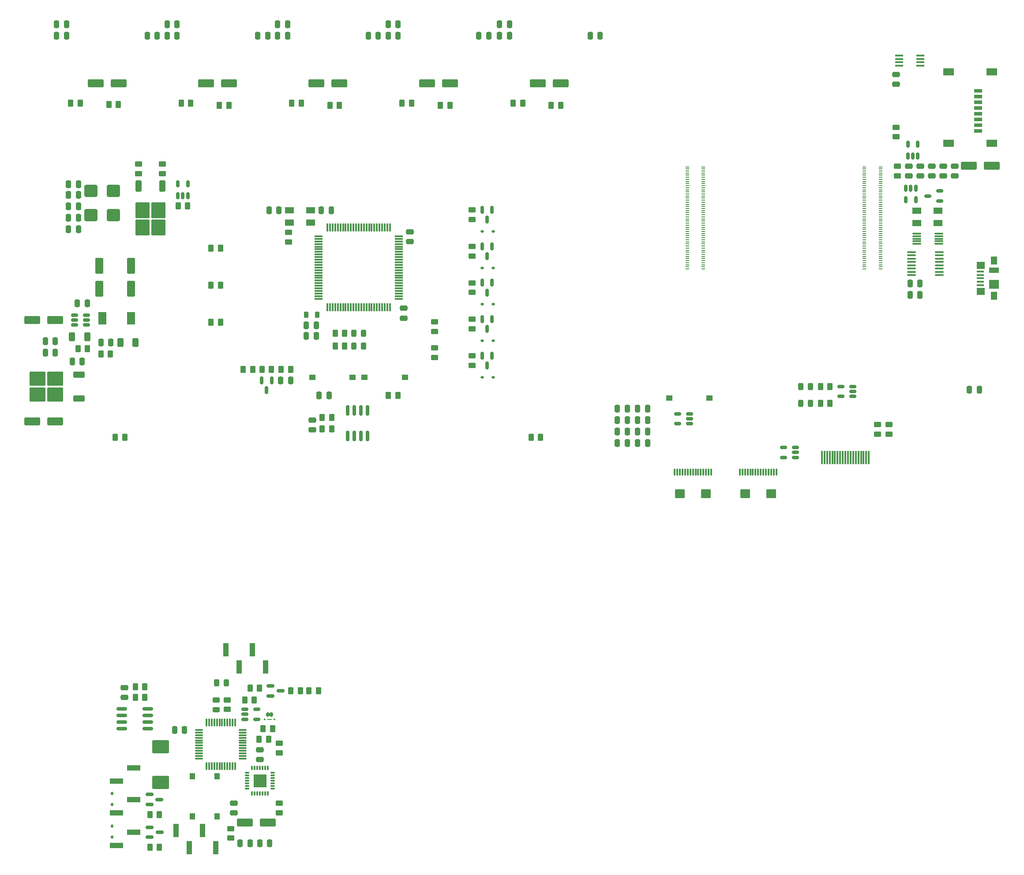
<source format=gbr>
%TF.GenerationSoftware,KiCad,Pcbnew,8.0.9*%
%TF.CreationDate,2025-08-04T10:44:23+12:00*%
%TF.ProjectId,xymatics-e64,78796d61-7469-4637-932d-6536342e6b69,rev?*%
%TF.SameCoordinates,Original*%
%TF.FileFunction,Paste,Top*%
%TF.FilePolarity,Positive*%
%FSLAX46Y46*%
G04 Gerber Fmt 4.6, Leading zero omitted, Abs format (unit mm)*
G04 Created by KiCad (PCBNEW 8.0.9) date 2025-08-04 10:44:23*
%MOMM*%
%LPD*%
G01*
G04 APERTURE LIST*
G04 Aperture macros list*
%AMRoundRect*
0 Rectangle with rounded corners*
0 $1 Rounding radius*
0 $2 $3 $4 $5 $6 $7 $8 $9 X,Y pos of 4 corners*
0 Add a 4 corners polygon primitive as box body*
4,1,4,$2,$3,$4,$5,$6,$7,$8,$9,$2,$3,0*
0 Add four circle primitives for the rounded corners*
1,1,$1+$1,$2,$3*
1,1,$1+$1,$4,$5*
1,1,$1+$1,$6,$7*
1,1,$1+$1,$8,$9*
0 Add four rect primitives between the rounded corners*
20,1,$1+$1,$2,$3,$4,$5,0*
20,1,$1+$1,$4,$5,$6,$7,0*
20,1,$1+$1,$6,$7,$8,$9,0*
20,1,$1+$1,$8,$9,$2,$3,0*%
G04 Aperture macros list end*
%ADD10C,0.010000*%
%ADD11RoundRect,0.250000X-0.262500X-0.450000X0.262500X-0.450000X0.262500X0.450000X-0.262500X0.450000X0*%
%ADD12RoundRect,0.250000X0.262500X0.450000X-0.262500X0.450000X-0.262500X-0.450000X0.262500X-0.450000X0*%
%ADD13RoundRect,0.250000X-0.250000X-0.475000X0.250000X-0.475000X0.250000X0.475000X-0.250000X0.475000X0*%
%ADD14R,2.510000X1.000000*%
%ADD15RoundRect,0.250000X0.250000X0.475000X-0.250000X0.475000X-0.250000X-0.475000X0.250000X-0.475000X0*%
%ADD16RoundRect,0.250000X0.550000X-1.250000X0.550000X1.250000X-0.550000X1.250000X-0.550000X-1.250000X0*%
%ADD17RoundRect,0.075000X-0.075000X0.662500X-0.075000X-0.662500X0.075000X-0.662500X0.075000X0.662500X0*%
%ADD18RoundRect,0.075000X-0.662500X0.075000X-0.662500X-0.075000X0.662500X-0.075000X0.662500X0.075000X0*%
%ADD19RoundRect,0.250000X0.475000X-0.250000X0.475000X0.250000X-0.475000X0.250000X-0.475000X-0.250000X0*%
%ADD20RoundRect,0.150000X0.512500X0.150000X-0.512500X0.150000X-0.512500X-0.150000X0.512500X-0.150000X0*%
%ADD21RoundRect,0.218750X-0.218750X-0.381250X0.218750X-0.381250X0.218750X0.381250X-0.218750X0.381250X0*%
%ADD22RoundRect,0.150000X-0.150000X0.587500X-0.150000X-0.587500X0.150000X-0.587500X0.150000X0.587500X0*%
%ADD23RoundRect,0.250000X-1.250000X-0.550000X1.250000X-0.550000X1.250000X0.550000X-1.250000X0.550000X0*%
%ADD24RoundRect,0.075000X-0.075000X-0.610000X0.075000X-0.610000X0.075000X0.610000X-0.075000X0.610000X0*%
%ADD25RoundRect,0.250250X-0.699750X-0.624750X0.699750X-0.624750X0.699750X0.624750X-0.699750X0.624750X0*%
%ADD26RoundRect,0.250000X-1.400000X-1.000000X1.400000X-1.000000X1.400000X1.000000X-1.400000X1.000000X0*%
%ADD27RoundRect,0.100000X0.712500X0.100000X-0.712500X0.100000X-0.712500X-0.100000X0.712500X-0.100000X0*%
%ADD28RoundRect,0.250000X-0.450000X0.262500X-0.450000X-0.262500X0.450000X-0.262500X0.450000X0.262500X0*%
%ADD29RoundRect,0.112500X0.187500X0.112500X-0.187500X0.112500X-0.187500X-0.112500X0.187500X-0.112500X0*%
%ADD30R,1.250000X1.000000*%
%ADD31RoundRect,0.250000X0.850000X0.350000X-0.850000X0.350000X-0.850000X-0.350000X0.850000X-0.350000X0*%
%ADD32RoundRect,0.250000X1.275000X1.125000X-1.275000X1.125000X-1.275000X-1.125000X1.275000X-1.125000X0*%
%ADD33RoundRect,0.250000X1.250000X0.550000X-1.250000X0.550000X-1.250000X-0.550000X1.250000X-0.550000X0*%
%ADD34R,1.000000X1.250000*%
%ADD35RoundRect,0.150000X0.150000X-0.512500X0.150000X0.512500X-0.150000X0.512500X-0.150000X-0.512500X0*%
%ADD36RoundRect,0.250000X1.000000X0.900000X-1.000000X0.900000X-1.000000X-0.900000X1.000000X-0.900000X0*%
%ADD37R,1.524000X0.457200*%
%ADD38RoundRect,0.150000X-0.587500X-0.150000X0.587500X-0.150000X0.587500X0.150000X-0.587500X0.150000X0*%
%ADD39RoundRect,0.250000X0.312500X0.625000X-0.312500X0.625000X-0.312500X-0.625000X0.312500X-0.625000X0*%
%ADD40RoundRect,0.250000X0.450000X-0.262500X0.450000X0.262500X-0.450000X0.262500X-0.450000X-0.262500X0*%
%ADD41R,1.000000X2.510000*%
%ADD42RoundRect,0.150000X-0.512500X-0.150000X0.512500X-0.150000X0.512500X0.150000X-0.512500X0.150000X0*%
%ADD43RoundRect,0.243750X0.243750X0.456250X-0.243750X0.456250X-0.243750X-0.456250X0.243750X-0.456250X0*%
%ADD44RoundRect,0.250000X-0.475000X0.250000X-0.475000X-0.250000X0.475000X-0.250000X0.475000X0.250000X0*%
%ADD45RoundRect,0.243750X-0.243750X-0.456250X0.243750X-0.456250X0.243750X0.456250X-0.243750X0.456250X0*%
%ADD46R,1.500000X0.800000*%
%ADD47R,2.000000X1.450000*%
%ADD48RoundRect,0.150000X-0.825000X-0.150000X0.825000X-0.150000X0.825000X0.150000X-0.825000X0.150000X0*%
%ADD49RoundRect,0.150000X-0.150000X0.512500X-0.150000X-0.512500X0.150000X-0.512500X0.150000X0.512500X0*%
%ADD50RoundRect,0.243750X0.456250X-0.243750X0.456250X0.243750X-0.456250X0.243750X-0.456250X-0.243750X0*%
%ADD51RoundRect,0.112500X-0.112500X0.187500X-0.112500X-0.187500X0.112500X-0.187500X0.112500X0.187500X0*%
%ADD52R,1.500000X2.400000*%
%ADD53R,0.700000X0.200000*%
%ADD54RoundRect,0.075000X-0.725000X-0.075000X0.725000X-0.075000X0.725000X0.075000X-0.725000X0.075000X0*%
%ADD55RoundRect,0.075000X-0.075000X-0.725000X0.075000X-0.725000X0.075000X0.725000X-0.075000X0.725000X0*%
%ADD56RoundRect,0.033750X-0.101250X0.371250X-0.101250X-0.371250X0.101250X-0.371250X0.101250X0.371250X0*%
%ADD57RoundRect,0.033750X-0.371250X0.101250X-0.371250X-0.101250X0.371250X-0.101250X0.371250X0.101250X0*%
%ADD58R,1.380000X0.450000*%
%ADD59R,1.300000X1.650000*%
%ADD60R,1.550000X1.425000*%
%ADD61R,1.900000X1.800000*%
%ADD62R,1.900000X1.000000*%
%ADD63RoundRect,0.087500X-0.725000X-0.087500X0.725000X-0.087500X0.725000X0.087500X-0.725000X0.087500X0*%
%ADD64RoundRect,0.250000X-0.350000X0.850000X-0.350000X-0.850000X0.350000X-0.850000X0.350000X0.850000X0*%
%ADD65RoundRect,0.250000X-1.125000X1.275000X-1.125000X-1.275000X1.125000X-1.275000X1.125000X1.275000X0*%
%ADD66R,1.800000X1.200000*%
%ADD67RoundRect,0.150000X-0.150000X-0.250000X0.150000X-0.250000X0.150000X0.250000X-0.150000X0.250000X0*%
%ADD68RoundRect,0.075000X-0.100000X-0.075000X0.100000X-0.075000X0.100000X0.075000X-0.100000X0.075000X0*%
%ADD69RoundRect,0.058750X-0.376250X-0.058750X0.376250X-0.058750X0.376250X0.058750X-0.376250X0.058750X0*%
%ADD70R,0.300000X2.600000*%
%ADD71RoundRect,0.150000X-0.150000X0.825000X-0.150000X-0.825000X0.150000X-0.825000X0.150000X0.825000X0*%
G04 APERTURE END LIST*
D10*
%TO.C,U29*%
X104670000Y-176670000D02*
X102330000Y-176670000D01*
X102330000Y-174330000D01*
X104670000Y-174330000D01*
X104670000Y-176670000D01*
G36*
X104670000Y-176670000D02*
G01*
X102330000Y-176670000D01*
X102330000Y-174330000D01*
X104670000Y-174330000D01*
X104670000Y-176670000D01*
G37*
%TD*%
D11*
%TO.C,R47*%
X82387500Y-188300000D03*
X84212500Y-188300000D03*
%TD*%
D12*
%TO.C,R41*%
X81412500Y-157500000D03*
X79587500Y-157500000D03*
%TD*%
D13*
%TO.C,C71*%
X66750000Y-67400000D03*
X68650000Y-67400000D03*
%TD*%
D14*
%TO.C,J34*%
X79255000Y-185430000D03*
X75945000Y-187970000D03*
%TD*%
D15*
%TO.C,C31*%
X126200000Y-32425000D03*
X124300000Y-32425000D03*
%TD*%
D16*
%TO.C,C49*%
X72700000Y-81000000D03*
X72700000Y-76600000D03*
%TD*%
D17*
%TO.C,U20*%
X98750000Y-164337500D03*
X98250000Y-164337500D03*
X97750000Y-164337500D03*
X97250000Y-164337500D03*
X96750000Y-164337500D03*
X96250000Y-164337500D03*
X95750000Y-164337500D03*
X95250000Y-164337500D03*
X94750000Y-164337500D03*
X94250000Y-164337500D03*
X93750000Y-164337500D03*
X93250000Y-164337500D03*
D18*
X91837500Y-165750000D03*
X91837500Y-166250000D03*
X91837500Y-166750000D03*
X91837500Y-167250000D03*
X91837500Y-167750000D03*
X91837500Y-168250000D03*
X91837500Y-168750000D03*
X91837500Y-169250000D03*
X91837500Y-169750000D03*
X91837500Y-170250000D03*
X91837500Y-170750000D03*
X91837500Y-171250000D03*
D17*
X93250000Y-172662500D03*
X93750000Y-172662500D03*
X94250000Y-172662500D03*
X94750000Y-172662500D03*
X95250000Y-172662500D03*
X95750000Y-172662500D03*
X96250000Y-172662500D03*
X96750000Y-172662500D03*
X97250000Y-172662500D03*
X97750000Y-172662500D03*
X98250000Y-172662500D03*
X98750000Y-172662500D03*
D18*
X100162500Y-171250000D03*
X100162500Y-170750000D03*
X100162500Y-170250000D03*
X100162500Y-169750000D03*
X100162500Y-169250000D03*
X100162500Y-168750000D03*
X100162500Y-168250000D03*
X100162500Y-167750000D03*
X100162500Y-167250000D03*
X100162500Y-166750000D03*
X100162500Y-166250000D03*
X100162500Y-165750000D03*
%TD*%
D16*
%TO.C,C48*%
X78800000Y-81000000D03*
X78800000Y-76600000D03*
%TD*%
D19*
%TO.C,C9*%
X236800000Y-59350000D03*
X236800000Y-57450000D03*
%TD*%
D12*
%TO.C,R12*%
X139942500Y-45760000D03*
X138117500Y-45760000D03*
%TD*%
%TO.C,R48*%
X102112500Y-96500000D03*
X100287500Y-96500000D03*
%TD*%
D11*
%TO.C,R46*%
X82387500Y-182000000D03*
X84212500Y-182000000D03*
%TD*%
D19*
%TO.C,C8*%
X234650000Y-59350000D03*
X234650000Y-57450000D03*
%TD*%
D12*
%TO.C,R52*%
X111250000Y-158250000D03*
X109425000Y-158250000D03*
%TD*%
D20*
%TO.C,U3*%
X206275000Y-113400000D03*
X206275000Y-112450000D03*
X206275000Y-111500000D03*
X204000000Y-111500000D03*
X204000000Y-113400000D03*
%TD*%
D12*
%TO.C,R43*%
X102412500Y-160000000D03*
X100587500Y-160000000D03*
%TD*%
D21*
%TO.C,L2*%
X112400000Y-86000000D03*
X114525000Y-86000000D03*
%TD*%
D13*
%TO.C,C3*%
X228250000Y-82200000D03*
X230150000Y-82200000D03*
%TD*%
D22*
%TO.C,Q6*%
X148050000Y-93862500D03*
X146150000Y-93862500D03*
X147100000Y-95737500D03*
%TD*%
D23*
%TO.C,C38*%
X135560000Y-41575000D03*
X139960000Y-41575000D03*
%TD*%
D13*
%TO.C,C81*%
X66750000Y-60900000D03*
X68650000Y-60900000D03*
%TD*%
D15*
%TO.C,C39*%
X168800000Y-32425000D03*
X166900000Y-32425000D03*
%TD*%
D24*
%TO.C,J4*%
X183100000Y-116270000D03*
X183600000Y-116270000D03*
X184100000Y-116270000D03*
X184600000Y-116270000D03*
X185100000Y-116270000D03*
X185600000Y-116270000D03*
X186100000Y-116270000D03*
X186600000Y-116270000D03*
X187100000Y-116270000D03*
X187600000Y-116270000D03*
X188100000Y-116270000D03*
X188600000Y-116270000D03*
X189100000Y-116270000D03*
X189600000Y-116270000D03*
X190100000Y-116270000D03*
D25*
X184100000Y-120340000D03*
X189100000Y-120340000D03*
%TD*%
D20*
%TO.C,U16*%
X70237500Y-87950000D03*
X70237500Y-87000000D03*
X70237500Y-86050000D03*
X67962500Y-86050000D03*
X67962500Y-87000000D03*
X67962500Y-87950000D03*
%TD*%
D22*
%TO.C,Q4*%
X148050000Y-79862500D03*
X146150000Y-79862500D03*
X147100000Y-81737500D03*
%TD*%
D11*
%TO.C,R49*%
X103887500Y-96500000D03*
X105712500Y-96500000D03*
%TD*%
D26*
%TO.C,D14*%
X84400000Y-169000000D03*
X84400000Y-175800000D03*
%TD*%
D12*
%TO.C,R11*%
X118742500Y-45760000D03*
X116917500Y-45760000D03*
%TD*%
D27*
%TO.C,U4*%
X233837500Y-78422500D03*
X233837500Y-77787500D03*
X233837500Y-77152500D03*
X233837500Y-76517500D03*
X233837500Y-75882500D03*
X233837500Y-75247500D03*
X233837500Y-74612500D03*
X233837500Y-73977500D03*
X228562500Y-73977500D03*
X228562500Y-74612500D03*
X228562500Y-75247500D03*
X228562500Y-75882500D03*
X228562500Y-76517500D03*
X228562500Y-77152500D03*
X228562500Y-77787500D03*
X228562500Y-78422500D03*
%TD*%
D28*
%TO.C,R38*%
X137000000Y-87387500D03*
X137000000Y-89212500D03*
%TD*%
D14*
%TO.C,J33*%
X79255000Y-179130000D03*
X75945000Y-181670000D03*
%TD*%
D15*
%TO.C,C47*%
X74900000Y-91300000D03*
X73000000Y-91300000D03*
%TD*%
D29*
%TO.C,D5*%
X148250000Y-70000000D03*
X146150000Y-70000000D03*
%TD*%
D15*
%TO.C,C27*%
X105000000Y-32425000D03*
X103100000Y-32425000D03*
%TD*%
D23*
%TO.C,C34*%
X114360000Y-41575000D03*
X118760000Y-41575000D03*
%TD*%
D11*
%TO.C,R81*%
X117925000Y-92000000D03*
X119750000Y-92000000D03*
%TD*%
D30*
%TO.C,SW1*%
X189800000Y-102000000D03*
X182050000Y-102000000D03*
%TD*%
D13*
%TO.C,C37*%
X128100000Y-30235000D03*
X130000000Y-30235000D03*
%TD*%
%TO.C,C85*%
X66750000Y-63000000D03*
X68650000Y-63000000D03*
%TD*%
D23*
%TO.C,C30*%
X93160000Y-41575000D03*
X97560000Y-41575000D03*
%TD*%
D13*
%TO.C,C16*%
X176000000Y-108400000D03*
X177900000Y-108400000D03*
%TD*%
D31*
%TO.C,U17*%
X68800000Y-102080000D03*
D32*
X64175000Y-101325000D03*
X64175000Y-98275000D03*
X60825000Y-101325000D03*
X60825000Y-98275000D03*
D31*
X68800000Y-97520000D03*
%TD*%
D12*
%TO.C,R18*%
X153912500Y-45385000D03*
X152087500Y-45385000D03*
%TD*%
D33*
%TO.C,C5*%
X243950000Y-57400000D03*
X239550000Y-57400000D03*
%TD*%
D29*
%TO.C,D7*%
X148250000Y-84000000D03*
X146150000Y-84000000D03*
%TD*%
D28*
%TO.C,R72*%
X84760000Y-57075000D03*
X84760000Y-58900000D03*
%TD*%
D34*
%TO.C,SW5*%
X95300000Y-182375000D03*
X95300000Y-174625000D03*
%TD*%
D23*
%TO.C,C26*%
X71960000Y-41575000D03*
X76360000Y-41575000D03*
%TD*%
D33*
%TO.C,C43*%
X64200000Y-87000000D03*
X59800000Y-87000000D03*
%TD*%
D35*
%TO.C,U2*%
X227850000Y-55537500D03*
X228800000Y-55537500D03*
X229750000Y-55537500D03*
X229750000Y-53262500D03*
X227850000Y-53262500D03*
%TD*%
D36*
%TO.C,D4*%
X75350000Y-66900000D03*
X71050000Y-66900000D03*
%TD*%
D12*
%TO.C,R17*%
X132612500Y-45385000D03*
X130787500Y-45385000D03*
%TD*%
D22*
%TO.C,Q5*%
X148050000Y-86862500D03*
X146150000Y-86862500D03*
X147100000Y-88737500D03*
%TD*%
D37*
%TO.C,U9*%
X226155300Y-36225001D03*
X226155300Y-36874999D03*
X226155300Y-37525001D03*
X226155300Y-38174999D03*
X230244700Y-38174999D03*
X230244700Y-37525001D03*
X230244700Y-36874999D03*
X230244700Y-36225001D03*
%TD*%
D15*
%TO.C,C46*%
X70350000Y-83800000D03*
X68450000Y-83800000D03*
%TD*%
D11*
%TO.C,R26*%
X75737500Y-109500000D03*
X77562500Y-109500000D03*
%TD*%
D12*
%TO.C,R7*%
X129982500Y-101500000D03*
X128157500Y-101500000D03*
%TD*%
D38*
%TO.C,Q9*%
X82362500Y-184450000D03*
X82362500Y-186350000D03*
X84237500Y-185400000D03*
%TD*%
D15*
%TO.C,C44*%
X64200000Y-91100000D03*
X62300000Y-91100000D03*
%TD*%
D39*
%TO.C,R22*%
X70362500Y-90200000D03*
X67437500Y-90200000D03*
%TD*%
D12*
%TO.C,R10*%
X97542500Y-45760000D03*
X95717500Y-45760000D03*
%TD*%
D14*
%TO.C,J43*%
X79255000Y-173030000D03*
X75945000Y-175570000D03*
%TD*%
D22*
%TO.C,D12*%
X105750000Y-98600000D03*
X103850000Y-98600000D03*
X104800000Y-100475000D03*
%TD*%
D40*
%TO.C,R71*%
X80200000Y-58900000D03*
X80200000Y-57075000D03*
%TD*%
D13*
%TO.C,C28*%
X85700000Y-32425000D03*
X87600000Y-32425000D03*
%TD*%
%TO.C,C15*%
X176000000Y-106200000D03*
X177900000Y-106200000D03*
%TD*%
%TO.C,C14*%
X176000000Y-104000000D03*
X177900000Y-104000000D03*
%TD*%
%TO.C,C4*%
X228250000Y-80000000D03*
X230150000Y-80000000D03*
%TD*%
D12*
%TO.C,R19*%
X95950000Y-73225000D03*
X94125000Y-73225000D03*
%TD*%
D15*
%TO.C,C11*%
X174000000Y-106200000D03*
X172100000Y-106200000D03*
%TD*%
D12*
%TO.C,R16*%
X111412500Y-45385000D03*
X109587500Y-45385000D03*
%TD*%
D13*
%TO.C,C79*%
X103450000Y-187500000D03*
X105350000Y-187500000D03*
%TD*%
D28*
%TO.C,R1*%
X222000000Y-107087500D03*
X222000000Y-108912500D03*
%TD*%
D11*
%TO.C,R80*%
X117925000Y-89600000D03*
X119750000Y-89600000D03*
%TD*%
D41*
%TO.C,J45*%
X95010000Y-188355000D03*
X92470000Y-185045000D03*
X89930000Y-188355000D03*
X87390000Y-185045000D03*
%TD*%
D19*
%TO.C,C20*%
X132300000Y-71950000D03*
X132300000Y-70050000D03*
%TD*%
D11*
%TO.C,R5*%
X211081300Y-99800000D03*
X212906300Y-99800000D03*
%TD*%
D19*
%TO.C,C19*%
X131100000Y-86650000D03*
X131100000Y-84750000D03*
%TD*%
%TO.C,C56*%
X77500000Y-159500000D03*
X77500000Y-157600000D03*
%TD*%
D42*
%TO.C,U22*%
X100612500Y-161800000D03*
X100612500Y-162750000D03*
X100612500Y-163700000D03*
X102887500Y-163700000D03*
X102887500Y-161800000D03*
%TD*%
D20*
%TO.C,D1*%
X233937500Y-64150000D03*
X233937500Y-62250000D03*
X231662500Y-63200000D03*
%TD*%
D38*
%TO.C,Q8*%
X82325000Y-178150000D03*
X82325000Y-180050000D03*
X84200000Y-179100000D03*
%TD*%
D43*
%TO.C,D18*%
X123375000Y-89600000D03*
X121500000Y-89600000D03*
%TD*%
D34*
%TO.C,SW4*%
X90500000Y-182375000D03*
X90500000Y-174625000D03*
%TD*%
D28*
%TO.C,R34*%
X144200000Y-86887500D03*
X144200000Y-88712500D03*
%TD*%
D41*
%TO.C,J41*%
X96990000Y-150345000D03*
X99530000Y-153655000D03*
X102070000Y-150345000D03*
X104610000Y-153655000D03*
%TD*%
D44*
%TO.C,C74*%
X103500000Y-169550000D03*
X103500000Y-171450000D03*
%TD*%
D45*
%TO.C,D17*%
X95162500Y-156700000D03*
X97037500Y-156700000D03*
%TD*%
D44*
%TO.C,C18*%
X225600000Y-39850000D03*
X225600000Y-41750000D03*
%TD*%
D15*
%TO.C,C45*%
X64200000Y-93310000D03*
X62300000Y-93310000D03*
%TD*%
D46*
%TO.C,J2*%
X241327500Y-43000000D03*
X241327500Y-44100000D03*
X241327500Y-45200000D03*
X241327500Y-46300000D03*
X241327500Y-47400000D03*
X241327500Y-48500000D03*
X241327500Y-49600000D03*
X241327500Y-50700000D03*
D47*
X243927500Y-39325000D03*
X235627500Y-39325000D03*
X243927500Y-53075000D03*
X235627500Y-53075000D03*
%TD*%
D48*
%TO.C,U21*%
X77000000Y-161730000D03*
X77000000Y-163000000D03*
X77000000Y-164270000D03*
X77000000Y-165540000D03*
X81950000Y-165540000D03*
X81950000Y-164270000D03*
X81950000Y-163000000D03*
X81950000Y-161730000D03*
%TD*%
D39*
%TO.C,R24*%
X79625000Y-91300000D03*
X76700000Y-91300000D03*
%TD*%
D28*
%TO.C,R33*%
X144200000Y-79887500D03*
X144200000Y-81712500D03*
%TD*%
D49*
%TO.C,U6*%
X229350000Y-61662500D03*
X228400000Y-61662500D03*
X227450000Y-61662500D03*
X227450000Y-63937500D03*
X229350000Y-63937500D03*
%TD*%
D19*
%TO.C,C6*%
X230250000Y-59350000D03*
X230250000Y-57450000D03*
%TD*%
D12*
%TO.C,R14*%
X69025000Y-45385000D03*
X67200000Y-45385000D03*
%TD*%
%TO.C,R53*%
X103412500Y-157750000D03*
X101587500Y-157750000D03*
%TD*%
D50*
%TO.C,D16*%
X95100000Y-161837500D03*
X95100000Y-159962500D03*
%TD*%
D40*
%TO.C,R39*%
X137000000Y-94212500D03*
X137000000Y-92387500D03*
%TD*%
D38*
%TO.C,D13*%
X105562500Y-157300000D03*
X105562500Y-159200000D03*
X107437500Y-158250000D03*
%TD*%
D51*
%TO.C,D11*%
X75100000Y-184250000D03*
X75100000Y-186350000D03*
%TD*%
D11*
%TO.C,R51*%
X112925000Y-158250000D03*
X114750000Y-158250000D03*
%TD*%
D30*
%TO.C,SW2*%
X121300000Y-98000000D03*
X113550000Y-98000000D03*
%TD*%
D13*
%TO.C,C17*%
X176000000Y-110600000D03*
X177900000Y-110600000D03*
%TD*%
D28*
%TO.C,R35*%
X144200000Y-93887500D03*
X144200000Y-95712500D03*
%TD*%
D23*
%TO.C,C42*%
X156850000Y-41575000D03*
X161250000Y-41575000D03*
%TD*%
D43*
%TO.C,D2*%
X209137500Y-103000000D03*
X207262500Y-103000000D03*
%TD*%
D28*
%TO.C,R31*%
X144200000Y-65887500D03*
X144200000Y-67712500D03*
%TD*%
D15*
%TO.C,C10*%
X174000000Y-104000000D03*
X172100000Y-104000000D03*
%TD*%
D12*
%TO.C,R15*%
X90225000Y-45385000D03*
X88400000Y-45385000D03*
%TD*%
D52*
%TO.C,L1*%
X73250000Y-86700000D03*
X78750000Y-86700000D03*
%TD*%
D19*
%TO.C,C7*%
X232410000Y-59350000D03*
X232410000Y-57450000D03*
%TD*%
D53*
%TO.C,U1*%
X222602500Y-77200000D03*
X219522500Y-77200000D03*
X222602500Y-76800000D03*
X219522500Y-76800000D03*
X222602500Y-76400000D03*
X219522500Y-76400000D03*
X222602500Y-76000000D03*
X219522500Y-76000000D03*
X222602500Y-75600000D03*
X219522500Y-75600000D03*
X222602500Y-75200000D03*
X219522500Y-75200000D03*
X222602500Y-74800000D03*
X219522500Y-74800000D03*
X222602500Y-74400000D03*
X219522500Y-74400000D03*
X222602500Y-74000000D03*
X219522500Y-74000000D03*
X222602500Y-73600000D03*
X219522500Y-73600000D03*
X222602500Y-73200000D03*
X219522500Y-73200000D03*
X222602500Y-72800000D03*
X219522500Y-72800000D03*
X222602500Y-72400000D03*
X219522500Y-72400000D03*
X222602500Y-72000000D03*
X219522500Y-72000000D03*
X222602500Y-71600000D03*
X219522500Y-71600000D03*
X222602500Y-71200000D03*
X219522500Y-71200000D03*
X222602500Y-70800000D03*
X219522500Y-70800000D03*
X222602500Y-70400000D03*
X219522500Y-70400000D03*
X222602500Y-70000000D03*
X219522500Y-70000000D03*
X222602500Y-69600000D03*
X219522500Y-69600000D03*
X222602500Y-69200000D03*
X219522500Y-69200000D03*
X222602500Y-68800000D03*
X219522500Y-68800000D03*
X222602500Y-68400000D03*
X219522500Y-68400000D03*
X222602500Y-68000000D03*
X219522500Y-68000000D03*
X222602500Y-67600000D03*
X219522500Y-67600000D03*
X222602500Y-67200000D03*
X219522500Y-67200000D03*
X222602500Y-66800000D03*
X219522500Y-66800000D03*
X222602500Y-66400000D03*
X219522500Y-66400000D03*
X222602500Y-66000000D03*
X219522500Y-66000000D03*
X222602500Y-65600000D03*
X219522500Y-65600000D03*
X222602500Y-65200000D03*
X219522500Y-65200000D03*
X222602500Y-64800000D03*
X219522500Y-64800000D03*
X222602500Y-64400000D03*
X219522500Y-64400000D03*
X222602500Y-64000000D03*
X219522500Y-64000000D03*
X222602500Y-63600000D03*
X219522500Y-63600000D03*
X222602500Y-63200000D03*
X219522500Y-63200000D03*
X222602500Y-62800000D03*
X219522500Y-62800000D03*
X222602500Y-62400000D03*
X219522500Y-62400000D03*
X222602500Y-62000000D03*
X219522500Y-62000000D03*
X222602500Y-61600000D03*
X219522500Y-61600000D03*
X222602500Y-61200000D03*
X219522500Y-61200000D03*
X222602500Y-60800000D03*
X219522500Y-60800000D03*
X222602500Y-60400000D03*
X219522500Y-60400000D03*
X222602500Y-60000000D03*
X219522500Y-60000000D03*
X222602500Y-59600000D03*
X219522500Y-59600000D03*
X222602500Y-59200000D03*
X219522500Y-59200000D03*
X222602500Y-58800000D03*
X219522500Y-58800000D03*
X222602500Y-58400000D03*
X219522500Y-58400000D03*
X222602500Y-58000000D03*
X219522500Y-58000000D03*
X222602500Y-57600000D03*
X219522500Y-57600000D03*
X188602500Y-77200000D03*
X185522500Y-77200000D03*
X188602500Y-76800000D03*
X185522500Y-76800000D03*
X188602500Y-76400000D03*
X185522500Y-76400000D03*
X188602500Y-76000000D03*
X185522500Y-76000000D03*
X188602500Y-75600000D03*
X185522500Y-75600000D03*
X188602500Y-75200000D03*
X185522500Y-75200000D03*
X188602500Y-74800000D03*
X185522500Y-74800000D03*
X188602500Y-74400000D03*
X185522500Y-74400000D03*
X188602500Y-74000000D03*
X185522500Y-74000000D03*
X188602500Y-73600000D03*
X185522500Y-73600000D03*
X188602500Y-73200000D03*
X185522500Y-73200000D03*
X188602500Y-72800000D03*
X185522500Y-72800000D03*
X188602500Y-72400000D03*
X185522500Y-72400000D03*
X188602500Y-72000000D03*
X185522500Y-72000000D03*
X188602500Y-71600000D03*
X185522500Y-71600000D03*
X188602500Y-71200000D03*
X185522500Y-71200000D03*
X188602500Y-70800000D03*
X185522500Y-70800000D03*
X188602500Y-70400000D03*
X185522500Y-70400000D03*
X188602500Y-70000000D03*
X185522500Y-70000000D03*
X188602500Y-69600000D03*
X185522500Y-69600000D03*
X188602500Y-69200000D03*
X185522500Y-69200000D03*
X188602500Y-68800000D03*
X185522500Y-68800000D03*
X188602500Y-68400000D03*
X185522500Y-68400000D03*
X188602500Y-68000000D03*
X185522500Y-68000000D03*
X188602500Y-67600000D03*
X185522500Y-67600000D03*
X188602500Y-67200000D03*
X185522500Y-67200000D03*
X188602500Y-66800000D03*
X185522500Y-66800000D03*
X188602500Y-66400000D03*
X185522500Y-66400000D03*
X188602500Y-66000000D03*
X185522500Y-66000000D03*
X188602500Y-65600000D03*
X185522500Y-65600000D03*
X188602500Y-65200000D03*
X185522500Y-65200000D03*
X188602500Y-64800000D03*
X185522500Y-64800000D03*
X188602500Y-64400000D03*
X185522500Y-64400000D03*
X188602500Y-64000000D03*
X185522500Y-64000000D03*
X188602500Y-63600000D03*
X185522500Y-63600000D03*
X188602500Y-63200000D03*
X185522500Y-63200000D03*
X188602500Y-62800000D03*
X185522500Y-62800000D03*
X188602500Y-62400000D03*
X185522500Y-62400000D03*
X188602500Y-62000000D03*
X185522500Y-62000000D03*
X188602500Y-61600000D03*
X185522500Y-61600000D03*
X188602500Y-61200000D03*
X185522500Y-61200000D03*
X188602500Y-60800000D03*
X185522500Y-60800000D03*
X188602500Y-60400000D03*
X185522500Y-60400000D03*
X188602500Y-60000000D03*
X185522500Y-60000000D03*
X188602500Y-59600000D03*
X185522500Y-59600000D03*
X188602500Y-59200000D03*
X185522500Y-59200000D03*
X188602500Y-58800000D03*
X185522500Y-58800000D03*
X188602500Y-58400000D03*
X185522500Y-58400000D03*
X188602500Y-58000000D03*
X185522500Y-58000000D03*
X188602500Y-57600000D03*
X185522500Y-57600000D03*
%TD*%
D13*
%TO.C,C24*%
X64500000Y-32425000D03*
X66400000Y-32425000D03*
%TD*%
D11*
%TO.C,R23*%
X68575000Y-92500000D03*
X70400000Y-92500000D03*
%TD*%
D15*
%TO.C,C1*%
X241550000Y-100400000D03*
X239650000Y-100400000D03*
%TD*%
D54*
%TO.C,U10*%
X114775000Y-70925000D03*
X114775000Y-71425000D03*
X114775000Y-71925000D03*
X114775000Y-72425000D03*
X114775000Y-72925000D03*
X114775000Y-73425000D03*
X114775000Y-73925000D03*
X114775000Y-74425000D03*
X114775000Y-74925000D03*
X114775000Y-75425000D03*
X114775000Y-75925000D03*
X114775000Y-76425000D03*
X114775000Y-76925000D03*
X114775000Y-77425000D03*
X114775000Y-77925000D03*
X114775000Y-78425000D03*
X114775000Y-78925000D03*
X114775000Y-79425000D03*
X114775000Y-79925000D03*
X114775000Y-80425000D03*
X114775000Y-80925000D03*
X114775000Y-81425000D03*
X114775000Y-81925000D03*
X114775000Y-82425000D03*
X114775000Y-82925000D03*
D55*
X116450000Y-84600000D03*
X116950000Y-84600000D03*
X117450000Y-84600000D03*
X117950000Y-84600000D03*
X118450000Y-84600000D03*
X118950000Y-84600000D03*
X119450000Y-84600000D03*
X119950000Y-84600000D03*
X120450000Y-84600000D03*
X120950000Y-84600000D03*
X121450000Y-84600000D03*
X121950000Y-84600000D03*
X122450000Y-84600000D03*
X122950000Y-84600000D03*
X123450000Y-84600000D03*
X123950000Y-84600000D03*
X124450000Y-84600000D03*
X124950000Y-84600000D03*
X125450000Y-84600000D03*
X125950000Y-84600000D03*
X126450000Y-84600000D03*
X126950000Y-84600000D03*
X127450000Y-84600000D03*
X127950000Y-84600000D03*
X128450000Y-84600000D03*
D54*
X130125000Y-82925000D03*
X130125000Y-82425000D03*
X130125000Y-81925000D03*
X130125000Y-81425000D03*
X130125000Y-80925000D03*
X130125000Y-80425000D03*
X130125000Y-79925000D03*
X130125000Y-79425000D03*
X130125000Y-78925000D03*
X130125000Y-78425000D03*
X130125000Y-77925000D03*
X130125000Y-77425000D03*
X130125000Y-76925000D03*
X130125000Y-76425000D03*
X130125000Y-75925000D03*
X130125000Y-75425000D03*
X130125000Y-74925000D03*
X130125000Y-74425000D03*
X130125000Y-73925000D03*
X130125000Y-73425000D03*
X130125000Y-72925000D03*
X130125000Y-72425000D03*
X130125000Y-71925000D03*
X130125000Y-71425000D03*
X130125000Y-70925000D03*
D55*
X128450000Y-69250000D03*
X127950000Y-69250000D03*
X127450000Y-69250000D03*
X126950000Y-69250000D03*
X126450000Y-69250000D03*
X125950000Y-69250000D03*
X125450000Y-69250000D03*
X124950000Y-69250000D03*
X124450000Y-69250000D03*
X123950000Y-69250000D03*
X123450000Y-69250000D03*
X122950000Y-69250000D03*
X122450000Y-69250000D03*
X121950000Y-69250000D03*
X121450000Y-69250000D03*
X120950000Y-69250000D03*
X120450000Y-69250000D03*
X119950000Y-69250000D03*
X119450000Y-69250000D03*
X118950000Y-69250000D03*
X118450000Y-69250000D03*
X117950000Y-69250000D03*
X117450000Y-69250000D03*
X116950000Y-69250000D03*
X116450000Y-69250000D03*
%TD*%
D56*
%TO.C,U29*%
X105000000Y-173050000D03*
X104500000Y-173050000D03*
X104000000Y-173050000D03*
X103500000Y-173050000D03*
X103000000Y-173050000D03*
X102500000Y-173050000D03*
X102000000Y-173050000D03*
D57*
X101050000Y-174000000D03*
X101050000Y-174500000D03*
X101050000Y-175000000D03*
X101050000Y-175500000D03*
X101050000Y-176000000D03*
X101050000Y-176500000D03*
X101050000Y-177000000D03*
D56*
X102000000Y-177950000D03*
X102500000Y-177950000D03*
X103000000Y-177950000D03*
X103500000Y-177950000D03*
X104000000Y-177950000D03*
X104500000Y-177950000D03*
X105000000Y-177950000D03*
D57*
X105950000Y-177000000D03*
X105950000Y-176500000D03*
X105950000Y-176000000D03*
X105950000Y-175500000D03*
X105950000Y-175000000D03*
X105950000Y-174500000D03*
X105950000Y-174000000D03*
%TD*%
D22*
%TO.C,Q2*%
X148050000Y-65862500D03*
X146150000Y-65862500D03*
X147100000Y-67737500D03*
%TD*%
D15*
%TO.C,C50*%
X114300000Y-90100000D03*
X112400000Y-90100000D03*
%TD*%
D40*
%TO.C,R6*%
X225600000Y-51825000D03*
X225600000Y-50000000D03*
%TD*%
D12*
%TO.C,R13*%
X161232500Y-45760000D03*
X159407500Y-45760000D03*
%TD*%
D58*
%TO.C,J6*%
X241740000Y-80300000D03*
X241740000Y-79650000D03*
X241740000Y-79000000D03*
X241740000Y-78350000D03*
X241740000Y-77700000D03*
D59*
X244400000Y-82375000D03*
D60*
X241825000Y-81487500D03*
D61*
X244400000Y-80150000D03*
D62*
X244400000Y-77450000D03*
D60*
X241825000Y-76512500D03*
D59*
X244400000Y-75625000D03*
%TD*%
D28*
%TO.C,R2*%
X224200000Y-107087500D03*
X224200000Y-108912500D03*
%TD*%
D15*
%TO.C,C21*%
X117200000Y-65900000D03*
X115300000Y-65900000D03*
%TD*%
D13*
%TO.C,C61*%
X87150000Y-165800000D03*
X89050000Y-165800000D03*
%TD*%
%TO.C,C25*%
X64500000Y-30225000D03*
X66400000Y-30225000D03*
%TD*%
%TO.C,C40*%
X149500000Y-32425000D03*
X151400000Y-32425000D03*
%TD*%
D33*
%TO.C,C80*%
X105000000Y-183500000D03*
X100600000Y-183500000D03*
%TD*%
D12*
%TO.C,R30*%
X89612500Y-65100000D03*
X87787500Y-65100000D03*
%TD*%
D40*
%TO.C,R78*%
X97900000Y-186512500D03*
X97900000Y-184687500D03*
%TD*%
D12*
%TO.C,R21*%
X95950000Y-87425000D03*
X94125000Y-87425000D03*
%TD*%
D28*
%TO.C,R73*%
X107250000Y-179837500D03*
X107250000Y-181662500D03*
%TD*%
D12*
%TO.C,R27*%
X157362500Y-109500000D03*
X155537500Y-109500000D03*
%TD*%
D28*
%TO.C,R8*%
X109000000Y-70187500D03*
X109000000Y-72012500D03*
%TD*%
D44*
%TO.C,C52*%
X113550000Y-106200000D03*
X113550000Y-108100000D03*
%TD*%
D12*
%TO.C,R29*%
X117262500Y-107900000D03*
X115437500Y-107900000D03*
%TD*%
D51*
%TO.C,D10*%
X75100000Y-177950000D03*
X75100000Y-180050000D03*
%TD*%
D29*
%TO.C,D6*%
X148250000Y-77000000D03*
X146150000Y-77000000D03*
%TD*%
D11*
%TO.C,R40*%
X79587500Y-159500000D03*
X81412500Y-159500000D03*
%TD*%
D29*
%TO.C,D9*%
X148250000Y-98000000D03*
X146150000Y-98000000D03*
%TD*%
D15*
%TO.C,C12*%
X174000000Y-108400000D03*
X172100000Y-108400000D03*
%TD*%
D63*
%TO.C,U5*%
X229575000Y-70400000D03*
X229575000Y-70900000D03*
X229575000Y-71400000D03*
X229575000Y-71900000D03*
X229575000Y-72400000D03*
X233800000Y-72400000D03*
X233800000Y-71900000D03*
X233800000Y-71400000D03*
X233800000Y-70900000D03*
X233800000Y-70400000D03*
%TD*%
D15*
%TO.C,C23*%
X83800000Y-32425000D03*
X81900000Y-32425000D03*
%TD*%
D13*
%TO.C,C41*%
X149500000Y-30235000D03*
X151400000Y-30235000D03*
%TD*%
D29*
%TO.C,D8*%
X148250000Y-91000000D03*
X146150000Y-91000000D03*
%TD*%
D13*
%TO.C,C86*%
X66750000Y-65200000D03*
X68650000Y-65200000D03*
%TD*%
D40*
%TO.C,R74*%
X107250000Y-170162500D03*
X107250000Y-168337500D03*
%TD*%
D15*
%TO.C,C35*%
X147400000Y-32425000D03*
X145500000Y-32425000D03*
%TD*%
D19*
%TO.C,C75*%
X98500000Y-181700000D03*
X98500000Y-179800000D03*
%TD*%
D64*
%TO.C,Q1*%
X84760000Y-61300000D03*
D65*
X84005000Y-65925000D03*
X80955000Y-65925000D03*
X84005000Y-69275000D03*
X80955000Y-69275000D03*
D64*
X80200000Y-61300000D03*
%TD*%
D12*
%TO.C,R9*%
X76342500Y-45600000D03*
X74517500Y-45600000D03*
%TD*%
D36*
%TO.C,D15*%
X75350000Y-62200000D03*
X71050000Y-62200000D03*
%TD*%
D13*
%TO.C,C29*%
X85700000Y-30235000D03*
X87600000Y-30235000D03*
%TD*%
D15*
%TO.C,C13*%
X174000000Y-110600000D03*
X172100000Y-110600000D03*
%TD*%
D35*
%TO.C,U28*%
X87750000Y-63137500D03*
X88700000Y-63137500D03*
X89650000Y-63137500D03*
X89650000Y-60862500D03*
X87750000Y-60862500D03*
%TD*%
D13*
%TO.C,C87*%
X66750000Y-69600000D03*
X68650000Y-69600000D03*
%TD*%
D66*
%TO.C,Y2*%
X109200000Y-68300000D03*
X113200000Y-68300000D03*
X113200000Y-65900000D03*
X109200000Y-65900000D03*
%TD*%
D43*
%TO.C,D3*%
X209131300Y-99800000D03*
X207256300Y-99800000D03*
%TD*%
D15*
%TO.C,C51*%
X114300000Y-88000000D03*
X112400000Y-88000000D03*
%TD*%
D28*
%TO.C,R3*%
X225800000Y-57487500D03*
X225800000Y-59312500D03*
%TD*%
D67*
%TO.C,Q7*%
X104975000Y-162775000D03*
X105675000Y-162775000D03*
D68*
X104400000Y-163750000D03*
D69*
X105365000Y-163750000D03*
D68*
X106250000Y-163750000D03*
%TD*%
D13*
%TO.C,C33*%
X106900000Y-30225000D03*
X108800000Y-30225000D03*
%TD*%
D20*
%TO.C,U8*%
X217275000Y-101700000D03*
X217275000Y-100750000D03*
X217275000Y-99800000D03*
X215000000Y-99800000D03*
X215000000Y-101700000D03*
%TD*%
D30*
%TO.C,SW3*%
X131325000Y-98000000D03*
X123575000Y-98000000D03*
%TD*%
D15*
%TO.C,C54*%
X69400000Y-95000000D03*
X67500000Y-95000000D03*
%TD*%
D23*
%TO.C,C53*%
X59800000Y-106500000D03*
X64200000Y-106500000D03*
%TD*%
D13*
%TO.C,C32*%
X106900000Y-32425000D03*
X108800000Y-32425000D03*
%TD*%
D11*
%TO.C,R28*%
X115437500Y-105700000D03*
X117262500Y-105700000D03*
%TD*%
D70*
%TO.C,J3*%
X220350000Y-113395000D03*
X219850000Y-113395000D03*
X219350000Y-113395000D03*
X218850000Y-113395000D03*
X218350000Y-113395000D03*
X217850000Y-113395000D03*
X217350000Y-113395000D03*
X216850000Y-113395000D03*
X216350000Y-113395000D03*
X215850000Y-113395000D03*
X215350000Y-113395000D03*
X214850000Y-113395000D03*
X214350000Y-113395000D03*
X213850000Y-113395000D03*
X213350000Y-113395000D03*
X212850000Y-113395000D03*
X212350000Y-113395000D03*
X211850000Y-113395000D03*
X211350000Y-113395000D03*
%TD*%
D15*
%TO.C,C22*%
X107150000Y-65900000D03*
X105250000Y-65900000D03*
%TD*%
D66*
%TO.C,Y4*%
X229600000Y-68400000D03*
X233600000Y-68400000D03*
X233600000Y-66000000D03*
X229600000Y-66000000D03*
%TD*%
D71*
%TO.C,U18*%
X124155000Y-104350000D03*
X122885000Y-104350000D03*
X121615000Y-104350000D03*
X120345000Y-104350000D03*
X120345000Y-109300000D03*
X121615000Y-109300000D03*
X122885000Y-109300000D03*
X124155000Y-109300000D03*
%TD*%
D11*
%TO.C,R25*%
X72987500Y-93500000D03*
X74812500Y-93500000D03*
%TD*%
D13*
%TO.C,C78*%
X99700000Y-187500000D03*
X101600000Y-187500000D03*
%TD*%
D11*
%TO.C,R50*%
X107575000Y-96500000D03*
X109400000Y-96500000D03*
%TD*%
D13*
%TO.C,C36*%
X128100000Y-32425000D03*
X130000000Y-32425000D03*
%TD*%
D40*
%TO.C,R76*%
X97200000Y-161812500D03*
X97200000Y-159987500D03*
%TD*%
D43*
%TO.C,D19*%
X123375000Y-92000000D03*
X121500000Y-92000000D03*
%TD*%
D13*
%TO.C,C60*%
X107500000Y-98600000D03*
X109400000Y-98600000D03*
%TD*%
%TO.C,C55*%
X114850000Y-101500000D03*
X116750000Y-101500000D03*
%TD*%
D24*
%TO.C,J5*%
X195600000Y-116270000D03*
X196100000Y-116270000D03*
X196600000Y-116270000D03*
X197100000Y-116270000D03*
X197600000Y-116270000D03*
X198100000Y-116270000D03*
X198600000Y-116270000D03*
X199100000Y-116270000D03*
X199600000Y-116270000D03*
X200100000Y-116270000D03*
X200600000Y-116270000D03*
X201100000Y-116270000D03*
X201600000Y-116270000D03*
X202100000Y-116270000D03*
X202600000Y-116270000D03*
D25*
X196600000Y-120340000D03*
X201600000Y-120340000D03*
%TD*%
D20*
%TO.C,U7*%
X185937500Y-106950000D03*
X185937500Y-106000000D03*
X185937500Y-105050000D03*
X183662500Y-105050000D03*
X183662500Y-106950000D03*
%TD*%
D12*
%TO.C,R44*%
X105162500Y-167500000D03*
X103337500Y-167500000D03*
%TD*%
%TO.C,R4*%
X212912500Y-103000000D03*
X211087500Y-103000000D03*
%TD*%
D22*
%TO.C,Q3*%
X148050000Y-72862500D03*
X146150000Y-72862500D03*
X147100000Y-74737500D03*
%TD*%
D28*
%TO.C,R32*%
X144200000Y-72887500D03*
X144200000Y-74712500D03*
%TD*%
D12*
%TO.C,R20*%
X95950000Y-80325000D03*
X94125000Y-80325000D03*
%TD*%
D11*
%TO.C,R45*%
X104087500Y-165500000D03*
X105912500Y-165500000D03*
%TD*%
D44*
%TO.C,C2*%
X228000000Y-57450000D03*
X228000000Y-59350000D03*
%TD*%
M02*

</source>
